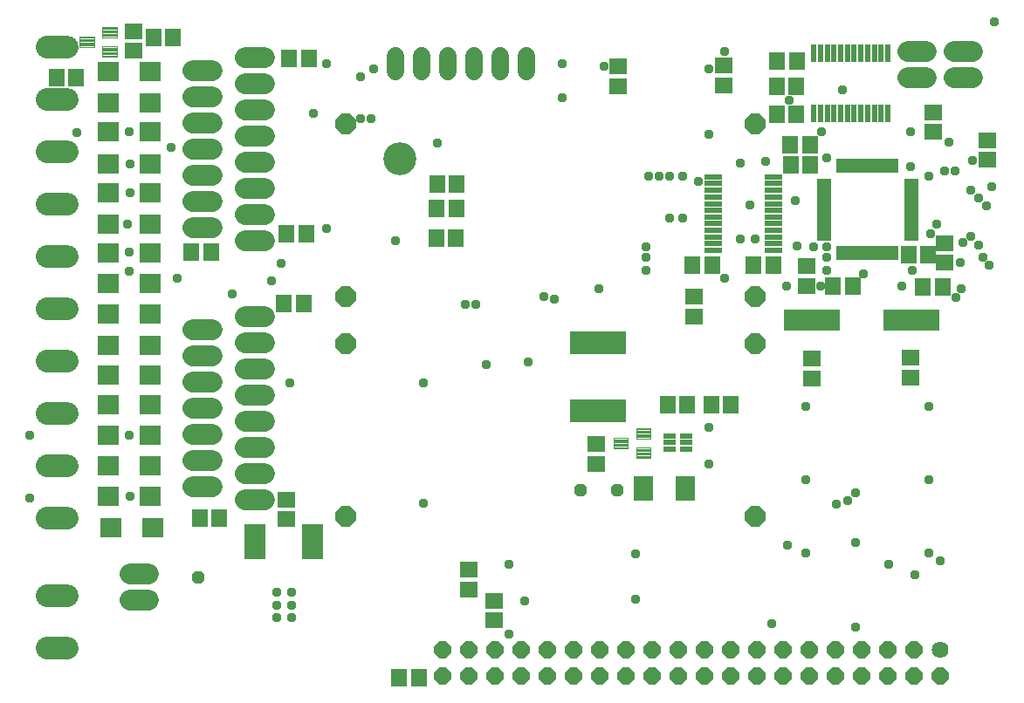
<source format=gbs>
G75*
%MOIN*%
%OFA0B0*%
%FSLAX25Y25*%
%IPPOS*%
%LPD*%
%AMOC8*
5,1,8,0,0,1.08239X$1,22.5*
%
%ADD10C,0.12611*%
%ADD11C,0.06400*%
%ADD12OC8,0.06400*%
%ADD13R,0.05918X0.07099*%
%ADD14R,0.07099X0.05918*%
%ADD15OC8,0.07887*%
%ADD16R,0.21666X0.08674*%
%ADD17R,0.06706X0.05918*%
%ADD18R,0.04698X0.01981*%
%ADD19C,0.00434*%
%ADD20R,0.07808X0.09304*%
%ADD21C,0.07887*%
%ADD22R,0.07887X0.13398*%
%ADD23R,0.05918X0.06706*%
%ADD24C,0.08600*%
%ADD25R,0.07887X0.07493*%
%ADD26C,0.06800*%
%ADD27R,0.01902X0.05524*%
%ADD28R,0.05524X0.01902*%
%ADD29R,0.21800X0.08400*%
%ADD30R,0.06600X0.02200*%
%ADD31R,0.02200X0.06600*%
%ADD32OC8,0.04762*%
%ADD33OC8,0.03581*%
D10*
X0158761Y0214295D03*
D11*
X0365178Y0026500D03*
D12*
X0355178Y0026500D03*
X0345178Y0026500D03*
X0335178Y0026500D03*
X0325178Y0026500D03*
X0315178Y0026500D03*
X0305178Y0026500D03*
X0295178Y0026500D03*
X0285178Y0026500D03*
X0275178Y0026500D03*
X0265178Y0026500D03*
X0255178Y0026500D03*
X0245178Y0026500D03*
X0235178Y0026500D03*
X0225178Y0026500D03*
X0215178Y0026500D03*
X0205178Y0026500D03*
X0195178Y0026500D03*
X0185178Y0026500D03*
X0175178Y0026500D03*
X0175178Y0016500D03*
X0185178Y0016500D03*
X0195178Y0016500D03*
X0205178Y0016500D03*
X0215178Y0016500D03*
X0225178Y0016500D03*
X0235178Y0016500D03*
X0245178Y0016500D03*
X0255178Y0016500D03*
X0265178Y0016500D03*
X0275178Y0016500D03*
X0285178Y0016500D03*
X0295178Y0016500D03*
X0305178Y0016500D03*
X0315178Y0016500D03*
X0325178Y0016500D03*
X0335178Y0016500D03*
X0345178Y0016500D03*
X0355178Y0016500D03*
X0365178Y0016500D03*
D13*
X0285036Y0120350D03*
X0277556Y0120350D03*
X0268517Y0120264D03*
X0261036Y0120264D03*
X0180194Y0184000D03*
X0172713Y0184000D03*
X0172981Y0204594D03*
X0180461Y0204594D03*
X0072183Y0260530D03*
X0064703Y0260530D03*
X0302721Y0242012D03*
X0310202Y0242012D03*
X0358454Y0165358D03*
X0365934Y0165358D03*
D14*
X0383107Y0213720D03*
X0383107Y0221201D03*
X0362272Y0224476D03*
X0362272Y0231957D03*
X0270934Y0161429D03*
X0270934Y0153949D03*
X0184981Y0057114D03*
X0184981Y0049634D03*
X0194879Y0045217D03*
X0194879Y0037736D03*
X0056936Y0255380D03*
X0056936Y0262860D03*
D15*
X0137981Y0227555D03*
X0137981Y0161413D03*
X0137981Y0143555D03*
X0137981Y0077413D03*
X0294280Y0077413D03*
X0294280Y0143555D03*
X0294280Y0161413D03*
X0294280Y0227555D03*
D16*
X0234540Y0143854D03*
X0234540Y0117870D03*
D17*
X0233879Y0105091D03*
X0233879Y0097610D03*
X0315894Y0130327D03*
X0315894Y0137807D03*
X0314143Y0165650D03*
X0314143Y0173130D03*
X0366800Y0174476D03*
X0366800Y0181957D03*
X0353847Y0138161D03*
X0353847Y0130681D03*
X0282324Y0242311D03*
X0282324Y0249791D03*
X0242209Y0249390D03*
X0242209Y0241909D03*
X0115438Y0083933D03*
X0115438Y0076453D03*
D18*
X0261690Y0103232D03*
X0261690Y0105791D03*
X0261690Y0108350D03*
X0268028Y0108350D03*
X0268028Y0105791D03*
X0268028Y0103232D03*
D19*
X0248964Y0103706D02*
X0248964Y0099798D01*
X0248964Y0103706D02*
X0254448Y0103706D01*
X0254448Y0099798D01*
X0248964Y0099798D01*
X0248964Y0100231D02*
X0254448Y0100231D01*
X0254448Y0100664D02*
X0248964Y0100664D01*
X0248964Y0101097D02*
X0254448Y0101097D01*
X0254448Y0101530D02*
X0248964Y0101530D01*
X0248964Y0101963D02*
X0254448Y0101963D01*
X0254448Y0102396D02*
X0248964Y0102396D01*
X0248964Y0102829D02*
X0254448Y0102829D01*
X0254448Y0103262D02*
X0248964Y0103262D01*
X0248964Y0103695D02*
X0254448Y0103695D01*
X0248964Y0107278D02*
X0248964Y0111186D01*
X0254448Y0111186D01*
X0254448Y0107278D01*
X0248964Y0107278D01*
X0248964Y0107711D02*
X0254448Y0107711D01*
X0254448Y0108144D02*
X0248964Y0108144D01*
X0248964Y0108577D02*
X0254448Y0108577D01*
X0254448Y0109010D02*
X0248964Y0109010D01*
X0248964Y0109443D02*
X0254448Y0109443D01*
X0254448Y0109876D02*
X0248964Y0109876D01*
X0248964Y0110309D02*
X0254448Y0110309D01*
X0254448Y0110742D02*
X0248964Y0110742D01*
X0248964Y0111175D02*
X0254448Y0111175D01*
X0240302Y0107446D02*
X0240302Y0103538D01*
X0240302Y0107446D02*
X0245786Y0107446D01*
X0245786Y0103538D01*
X0240302Y0103538D01*
X0240302Y0103971D02*
X0245786Y0103971D01*
X0245786Y0104404D02*
X0240302Y0104404D01*
X0240302Y0104837D02*
X0245786Y0104837D01*
X0245786Y0105270D02*
X0240302Y0105270D01*
X0240302Y0105703D02*
X0245786Y0105703D01*
X0245786Y0106136D02*
X0240302Y0106136D01*
X0240302Y0106569D02*
X0245786Y0106569D01*
X0245786Y0107002D02*
X0240302Y0107002D01*
X0240302Y0107435D02*
X0245786Y0107435D01*
X0045104Y0253201D02*
X0045104Y0257109D01*
X0050588Y0257109D01*
X0050588Y0253201D01*
X0045104Y0253201D01*
X0045104Y0253634D02*
X0050588Y0253634D01*
X0050588Y0254067D02*
X0045104Y0254067D01*
X0045104Y0254500D02*
X0050588Y0254500D01*
X0050588Y0254933D02*
X0045104Y0254933D01*
X0045104Y0255366D02*
X0050588Y0255366D01*
X0050588Y0255799D02*
X0045104Y0255799D01*
X0045104Y0256232D02*
X0050588Y0256232D01*
X0050588Y0256665D02*
X0045104Y0256665D01*
X0045104Y0257098D02*
X0050588Y0257098D01*
X0045104Y0260681D02*
X0045104Y0264589D01*
X0050588Y0264589D01*
X0050588Y0260681D01*
X0045104Y0260681D01*
X0045104Y0261114D02*
X0050588Y0261114D01*
X0050588Y0261547D02*
X0045104Y0261547D01*
X0045104Y0261980D02*
X0050588Y0261980D01*
X0050588Y0262413D02*
X0045104Y0262413D01*
X0045104Y0262846D02*
X0050588Y0262846D01*
X0050588Y0263279D02*
X0045104Y0263279D01*
X0045104Y0263712D02*
X0050588Y0263712D01*
X0050588Y0264145D02*
X0045104Y0264145D01*
X0045104Y0264578D02*
X0050588Y0264578D01*
X0036442Y0260849D02*
X0036442Y0256941D01*
X0036442Y0260849D02*
X0041926Y0260849D01*
X0041926Y0256941D01*
X0036442Y0256941D01*
X0036442Y0257374D02*
X0041926Y0257374D01*
X0041926Y0257807D02*
X0036442Y0257807D01*
X0036442Y0258240D02*
X0041926Y0258240D01*
X0041926Y0258673D02*
X0036442Y0258673D01*
X0036442Y0259106D02*
X0041926Y0259106D01*
X0041926Y0259539D02*
X0036442Y0259539D01*
X0036442Y0259972D02*
X0041926Y0259972D01*
X0041926Y0260405D02*
X0036442Y0260405D01*
X0036442Y0260838D02*
X0041926Y0260838D01*
D20*
X0251643Y0088335D03*
X0267666Y0088335D03*
D21*
X0106965Y0083720D02*
X0099879Y0083720D01*
X0099879Y0093720D02*
X0106965Y0093720D01*
X0106965Y0103720D02*
X0099879Y0103720D01*
X0099879Y0113720D02*
X0106965Y0113720D01*
X0106965Y0123720D02*
X0099879Y0123720D01*
X0099879Y0133720D02*
X0106965Y0133720D01*
X0106965Y0143720D02*
X0099879Y0143720D01*
X0099879Y0153720D02*
X0106965Y0153720D01*
X0086965Y0148720D02*
X0079879Y0148720D01*
X0079879Y0138720D02*
X0086965Y0138720D01*
X0086965Y0128720D02*
X0079879Y0128720D01*
X0079879Y0118720D02*
X0086965Y0118720D01*
X0086965Y0108720D02*
X0079879Y0108720D01*
X0079879Y0098720D02*
X0086965Y0098720D01*
X0086965Y0088720D02*
X0079879Y0088720D01*
X0062843Y0055602D02*
X0055757Y0055602D01*
X0055757Y0045602D02*
X0062843Y0045602D01*
X0099879Y0182823D02*
X0106965Y0182823D01*
X0106965Y0192823D02*
X0099879Y0192823D01*
X0099879Y0202823D02*
X0106965Y0202823D01*
X0106965Y0212823D02*
X0099879Y0212823D01*
X0099879Y0222823D02*
X0106965Y0222823D01*
X0106965Y0232823D02*
X0099879Y0232823D01*
X0099879Y0242823D02*
X0106965Y0242823D01*
X0106965Y0252823D02*
X0099879Y0252823D01*
X0086965Y0247823D02*
X0079879Y0247823D01*
X0079879Y0237823D02*
X0086965Y0237823D01*
X0086965Y0227823D02*
X0079879Y0227823D01*
X0079879Y0217823D02*
X0086965Y0217823D01*
X0086965Y0207823D02*
X0079879Y0207823D01*
X0079879Y0197823D02*
X0086965Y0197823D01*
X0086965Y0187823D02*
X0079879Y0187823D01*
X0352682Y0245043D02*
X0359769Y0245043D01*
X0370280Y0245059D02*
X0377367Y0245059D01*
X0377367Y0255059D02*
X0370280Y0255059D01*
X0359769Y0255043D02*
X0352682Y0255043D01*
D22*
X0125335Y0067720D03*
X0103288Y0067720D03*
D23*
X0089745Y0076776D03*
X0082265Y0076776D03*
X0158454Y0015949D03*
X0165934Y0015949D03*
X0121950Y0158957D03*
X0114469Y0158957D03*
X0086658Y0178398D03*
X0079178Y0178398D03*
X0115469Y0185673D03*
X0122950Y0185673D03*
X0172863Y0195083D03*
X0180343Y0195083D03*
X0123950Y0252390D03*
X0116469Y0252390D03*
X0035040Y0245102D03*
X0027560Y0245102D03*
X0270493Y0173571D03*
X0277973Y0173571D03*
X0293855Y0173398D03*
X0301335Y0173398D03*
X0324091Y0165626D03*
X0331572Y0165626D03*
X0352902Y0177437D03*
X0360383Y0177437D03*
X0315383Y0211776D03*
X0307902Y0211776D03*
X0307745Y0219634D03*
X0315225Y0219634D03*
X0310202Y0231264D03*
X0302721Y0231264D03*
X0302871Y0251406D03*
X0310351Y0251406D03*
D24*
X0031700Y0027302D02*
X0023900Y0027302D01*
X0023900Y0047102D02*
X0031700Y0047102D01*
X0031700Y0076902D02*
X0023900Y0076902D01*
X0023900Y0096702D02*
X0031700Y0096702D01*
X0031700Y0116902D02*
X0023900Y0116902D01*
X0023900Y0136702D02*
X0031700Y0136702D01*
X0031700Y0156902D02*
X0023900Y0156902D01*
X0023900Y0176702D02*
X0031700Y0176702D01*
X0031700Y0196902D02*
X0023900Y0196902D01*
X0023900Y0216702D02*
X0031700Y0216702D01*
X0031700Y0236902D02*
X0023900Y0236902D01*
X0023900Y0256702D02*
X0031700Y0256702D01*
D25*
X0047249Y0247488D03*
X0063391Y0247488D03*
X0063391Y0235433D03*
X0063391Y0224409D03*
X0063391Y0212354D03*
X0063391Y0201224D03*
X0063391Y0189280D03*
X0063391Y0178039D03*
X0063391Y0166484D03*
X0047249Y0166484D03*
X0047249Y0178039D03*
X0047249Y0189280D03*
X0047249Y0201224D03*
X0047249Y0212354D03*
X0047249Y0224409D03*
X0047249Y0235433D03*
X0047249Y0154961D03*
X0047249Y0142906D03*
X0047249Y0131594D03*
X0047249Y0120039D03*
X0047249Y0108591D03*
X0063391Y0108591D03*
X0063391Y0120039D03*
X0063391Y0131594D03*
X0063391Y0142906D03*
X0063391Y0154961D03*
X0063391Y0096748D03*
X0063391Y0085193D03*
X0064391Y0073350D03*
X0048249Y0073350D03*
X0047249Y0085193D03*
X0047249Y0096748D03*
D26*
X0157068Y0247602D02*
X0157068Y0253602D01*
X0167068Y0253602D02*
X0167068Y0247602D01*
X0177068Y0247602D02*
X0177068Y0253602D01*
X0187068Y0253602D02*
X0187068Y0247602D01*
X0197068Y0247602D02*
X0197068Y0253602D01*
X0207068Y0253602D02*
X0207068Y0247602D01*
D27*
X0326517Y0211571D03*
X0328485Y0211571D03*
X0330454Y0211571D03*
X0332422Y0211571D03*
X0334391Y0211571D03*
X0336359Y0211571D03*
X0338328Y0211571D03*
X0340296Y0211571D03*
X0342265Y0211571D03*
X0344233Y0211571D03*
X0346202Y0211571D03*
X0348170Y0211571D03*
X0348170Y0178106D03*
X0346202Y0178106D03*
X0344233Y0178106D03*
X0342265Y0178106D03*
X0340296Y0178106D03*
X0338328Y0178106D03*
X0336359Y0178106D03*
X0334391Y0178106D03*
X0332422Y0178106D03*
X0330454Y0178106D03*
X0328485Y0178106D03*
X0326517Y0178106D03*
D28*
X0320611Y0184012D03*
X0320611Y0185980D03*
X0320611Y0187949D03*
X0320611Y0189917D03*
X0320611Y0191886D03*
X0320611Y0193854D03*
X0320611Y0195823D03*
X0320611Y0197791D03*
X0320611Y0199760D03*
X0320611Y0201728D03*
X0320611Y0203697D03*
X0320611Y0205665D03*
X0354076Y0205665D03*
X0354076Y0203697D03*
X0354076Y0201728D03*
X0354076Y0199760D03*
X0354076Y0197791D03*
X0354076Y0195823D03*
X0354076Y0193854D03*
X0354076Y0191886D03*
X0354076Y0189917D03*
X0354076Y0187949D03*
X0354076Y0185980D03*
X0354076Y0184012D03*
D29*
X0353981Y0152563D03*
X0315981Y0152563D03*
D30*
X0301331Y0179101D03*
X0301331Y0181701D03*
X0301331Y0184201D03*
X0301331Y0186801D03*
X0301331Y0189401D03*
X0301331Y0191901D03*
X0301331Y0194501D03*
X0301331Y0197001D03*
X0301331Y0199601D03*
X0301331Y0202201D03*
X0301331Y0204701D03*
X0301331Y0207301D03*
X0278331Y0207301D03*
X0278331Y0204701D03*
X0278331Y0202201D03*
X0278331Y0199601D03*
X0278331Y0197001D03*
X0278331Y0194501D03*
X0278331Y0191901D03*
X0278331Y0189401D03*
X0278331Y0186801D03*
X0278331Y0184201D03*
X0278331Y0181701D03*
X0278331Y0179101D03*
D31*
X0316810Y0231378D03*
X0319410Y0231378D03*
X0321910Y0231378D03*
X0324510Y0231378D03*
X0327110Y0231378D03*
X0329610Y0231378D03*
X0332210Y0231378D03*
X0334710Y0231378D03*
X0337310Y0231378D03*
X0339910Y0231378D03*
X0342410Y0231378D03*
X0345010Y0231378D03*
X0345010Y0254378D03*
X0342410Y0254378D03*
X0339910Y0254378D03*
X0337310Y0254378D03*
X0334710Y0254378D03*
X0332210Y0254378D03*
X0329610Y0254378D03*
X0327110Y0254378D03*
X0324510Y0254378D03*
X0321910Y0254378D03*
X0319410Y0254378D03*
X0316810Y0254378D03*
D32*
X0241800Y0087602D03*
X0227800Y0087602D03*
X0081800Y0054256D03*
D33*
X0111780Y0048582D03*
X0117300Y0048522D03*
X0117300Y0043542D03*
X0111800Y0043602D03*
X0111780Y0038862D03*
X0117240Y0038742D03*
X0167800Y0082602D03*
X0200300Y0059102D03*
X0206300Y0045102D03*
X0200300Y0032602D03*
X0248800Y0045852D03*
X0248800Y0063102D03*
X0276800Y0097602D03*
X0276800Y0111602D03*
X0313800Y0119602D03*
X0313800Y0091602D03*
X0325300Y0082102D03*
X0329800Y0083602D03*
X0332800Y0086602D03*
X0332800Y0067602D03*
X0345300Y0059102D03*
X0355300Y0055102D03*
X0365178Y0060602D03*
X0360800Y0063602D03*
X0332800Y0035102D03*
X0300800Y0036602D03*
X0313800Y0063602D03*
X0306800Y0066602D03*
X0360800Y0091602D03*
X0360800Y0119602D03*
X0370910Y0161122D03*
X0372910Y0164612D03*
X0383800Y0173602D03*
X0381300Y0176602D03*
X0379800Y0181102D03*
X0376800Y0184602D03*
X0373800Y0182102D03*
X0372800Y0174602D03*
X0361300Y0185602D03*
X0363800Y0189102D03*
X0376800Y0202102D03*
X0379800Y0199102D03*
X0382800Y0196102D03*
X0384800Y0203602D03*
X0370800Y0209602D03*
X0366800Y0209602D03*
X0360800Y0207602D03*
X0353800Y0211102D03*
X0368300Y0220602D03*
X0377300Y0213602D03*
X0353800Y0224602D03*
X0327800Y0240602D03*
X0319800Y0224602D03*
X0321800Y0214602D03*
X0298300Y0213102D03*
X0288800Y0212602D03*
X0276800Y0223602D03*
X0272800Y0205602D03*
X0266800Y0207602D03*
X0261800Y0207602D03*
X0257800Y0207602D03*
X0253800Y0207602D03*
X0261800Y0191602D03*
X0266800Y0191602D03*
X0252800Y0180602D03*
X0252800Y0176602D03*
X0252800Y0171602D03*
X0234800Y0164602D03*
X0217800Y0160602D03*
X0213800Y0161602D03*
X0187800Y0158602D03*
X0183800Y0158602D03*
X0207800Y0136602D03*
X0191800Y0135602D03*
X0167800Y0128602D03*
X0116800Y0128602D03*
X0094800Y0162602D03*
X0109800Y0167602D03*
X0113320Y0174282D03*
X0130800Y0187602D03*
X0156902Y0182705D03*
X0173139Y0220264D03*
X0147800Y0229602D03*
X0143800Y0229602D03*
X0125800Y0231602D03*
X0143800Y0245602D03*
X0148800Y0248602D03*
X0130800Y0250602D03*
X0071300Y0218602D03*
X0055800Y0212102D03*
X0055800Y0201102D03*
X0054800Y0189102D03*
X0055300Y0178602D03*
X0055300Y0171102D03*
X0073800Y0168602D03*
X0035300Y0224102D03*
X0055300Y0224602D03*
X0055300Y0108602D03*
X0055800Y0085102D03*
X0017300Y0084602D03*
X0017300Y0108602D03*
X0220800Y0237602D03*
X0220800Y0250602D03*
X0236800Y0249602D03*
X0276800Y0248602D03*
X0282800Y0255102D03*
X0307300Y0236602D03*
X0309800Y0198102D03*
X0292300Y0196602D03*
X0294300Y0183602D03*
X0288800Y0183602D03*
X0282800Y0168602D03*
X0306300Y0165602D03*
X0319324Y0165626D03*
X0321800Y0171602D03*
X0321800Y0176602D03*
X0321800Y0180602D03*
X0316800Y0180602D03*
X0310461Y0180702D03*
X0335565Y0170267D03*
X0350290Y0165362D03*
X0354300Y0171602D03*
X0385800Y0266602D03*
M02*

</source>
